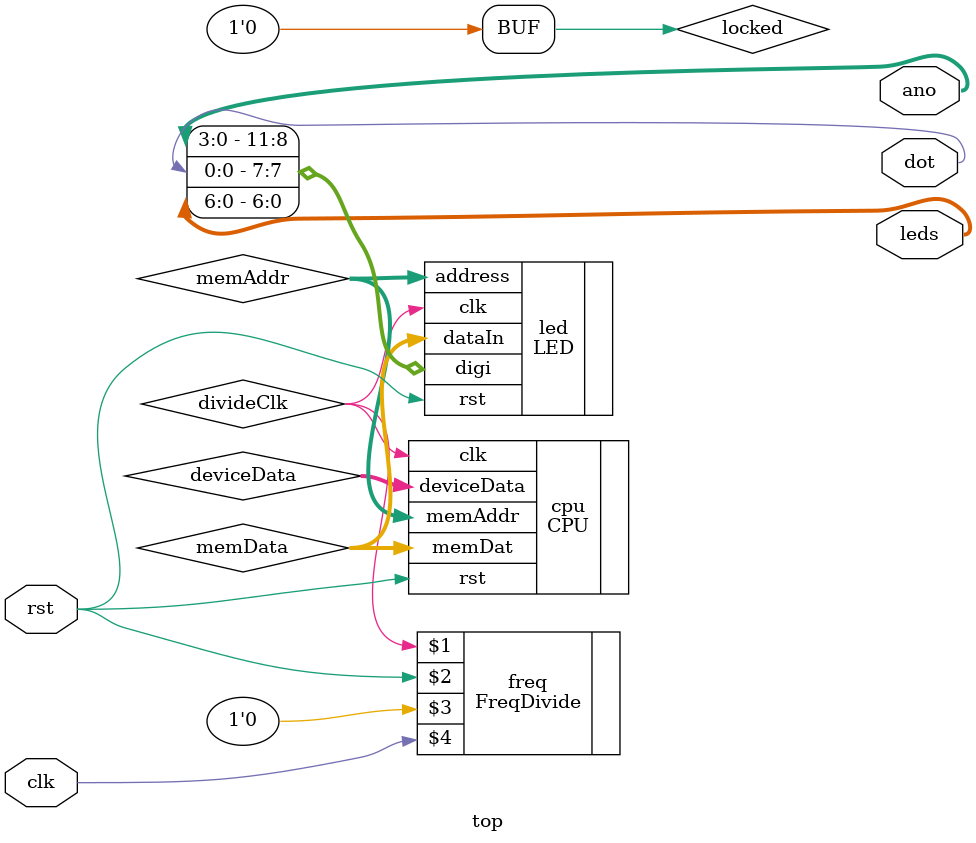
<source format=v>
module top(
        input clk,
        input rst,
        output [6:0] leds,
        output [3:0] ano,
        output dot
    );
    
    wire divideClk, locked;
    
    assign locked = 0;
    
    FreqDivide freq(divideClk, rst, locked, clk);
    
    wire [31:0] memAddr;
    wire [31:0] memData;
    wire [31:0] deviceData;
    CPU cpu(
            .clk(divideClk),
            .rst(rst),
            .memAddr(memAddr),
            .memDat(memData),
            .deviceData(deviceData)
        );

    LED led(
            .clk(divideClk),
            .rst(rst),
            .dataIn(memData),
            .address(memAddr),
            .digi({ano, dot, leds})
        );

endmodule

</source>
